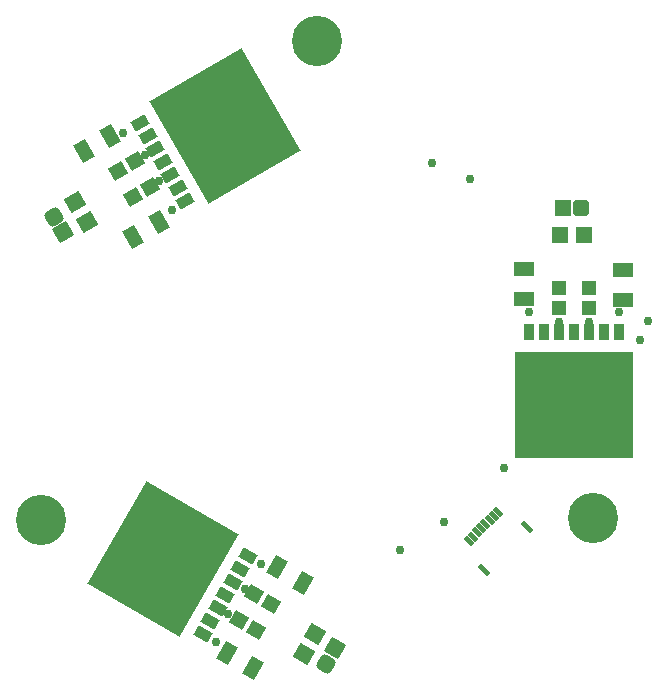
<source format=gts>
G04*
G04 #@! TF.GenerationSoftware,Altium Limited,Altium Designer,22.4.2 (48)*
G04*
G04 Layer_Color=8388736*
%FSLAX25Y25*%
%MOIN*%
G70*
G04*
G04 #@! TF.SameCoordinates,33176103-96A9-485D-B847-577AE089F5E8*
G04*
G04*
G04 #@! TF.FilePolarity,Negative*
G04*
G01*
G75*
G04:AMPARAMS|DCode=13|XSize=36.61mil|YSize=53.94mil|CornerRadius=0mil|HoleSize=0mil|Usage=FLASHONLY|Rotation=300.000|XOffset=0mil|YOffset=0mil|HoleType=Round|Shape=Rectangle|*
%AMROTATEDRECTD13*
4,1,4,-0.03251,0.00237,0.01420,0.02934,0.03251,-0.00237,-0.01420,-0.02934,-0.03251,0.00237,0.0*
%
%ADD13ROTATEDRECTD13*%

G04:AMPARAMS|DCode=14|XSize=393.7mil|YSize=354.33mil|CornerRadius=0mil|HoleSize=0mil|Usage=FLASHONLY|Rotation=300.000|XOffset=0mil|YOffset=0mil|HoleType=Round|Shape=Rectangle|*
%AMROTATEDRECTD14*
4,1,4,-0.25186,0.08189,0.05501,0.25906,0.25186,-0.08189,-0.05501,-0.25906,-0.25186,0.08189,0.0*
%
%ADD14ROTATEDRECTD14*%

G04:AMPARAMS|DCode=15|XSize=36.61mil|YSize=53.94mil|CornerRadius=0mil|HoleSize=0mil|Usage=FLASHONLY|Rotation=60.000|XOffset=0mil|YOffset=0mil|HoleType=Round|Shape=Rectangle|*
%AMROTATEDRECTD15*
4,1,4,0.01420,-0.02934,-0.03251,-0.00237,-0.01420,0.02934,0.03251,0.00237,0.01420,-0.02934,0.0*
%
%ADD15ROTATEDRECTD15*%

G04:AMPARAMS|DCode=16|XSize=393.7mil|YSize=354.33mil|CornerRadius=0mil|HoleSize=0mil|Usage=FLASHONLY|Rotation=60.000|XOffset=0mil|YOffset=0mil|HoleType=Round|Shape=Rectangle|*
%AMROTATEDRECTD16*
4,1,4,0.05501,-0.25906,-0.25186,-0.08189,-0.05501,0.25906,0.25186,0.08189,0.05501,-0.25906,0.0*
%
%ADD16ROTATEDRECTD16*%

G04:AMPARAMS|DCode=17|XSize=45.46mil|YSize=67.17mil|CornerRadius=0mil|HoleSize=0mil|Usage=FLASHONLY|Rotation=330.000|XOffset=0mil|YOffset=0mil|HoleType=Round|Shape=Rectangle|*
%AMROTATEDRECTD17*
4,1,4,-0.03648,-0.01772,-0.00289,0.04045,0.03648,0.01772,0.00289,-0.04045,-0.03648,-0.01772,0.0*
%
%ADD17ROTATEDRECTD17*%

G04:AMPARAMS|DCode=22|XSize=45.46mil|YSize=67.17mil|CornerRadius=0mil|HoleSize=0mil|Usage=FLASHONLY|Rotation=210.000|XOffset=0mil|YOffset=0mil|HoleType=Round|Shape=Rectangle|*
%AMROTATEDRECTD22*
4,1,4,0.00289,0.04045,0.03648,-0.01772,-0.00289,-0.04045,-0.03648,0.01772,0.00289,0.04045,0.0*
%
%ADD22ROTATEDRECTD22*%

%ADD26R,0.06717X0.04546*%
%ADD27R,0.39370X0.35433*%
%ADD28R,0.03661X0.05394*%
G04:AMPARAMS|DCode=30|XSize=47.24mil|YSize=51.18mil|CornerRadius=0mil|HoleSize=0mil|Usage=FLASHONLY|Rotation=240.000|XOffset=0mil|YOffset=0mil|HoleType=Round|Shape=Rectangle|*
%AMROTATEDRECTD30*
4,1,4,-0.01035,0.03325,0.03397,0.00766,0.01035,-0.03325,-0.03397,-0.00766,-0.01035,0.03325,0.0*
%
%ADD30ROTATEDRECTD30*%

G04:AMPARAMS|DCode=31|XSize=57.09mil|YSize=53.15mil|CornerRadius=0mil|HoleSize=0mil|Usage=FLASHONLY|Rotation=330.000|XOffset=0mil|YOffset=0mil|HoleType=Round|Shape=Rectangle|*
%AMROTATEDRECTD31*
4,1,4,-0.03801,-0.00874,-0.01143,0.03729,0.03801,0.00874,0.01143,-0.03729,-0.03801,-0.00874,0.0*
%
%ADD31ROTATEDRECTD31*%

G04:AMPARAMS|DCode=32|XSize=57.09mil|YSize=53.15mil|CornerRadius=0mil|HoleSize=0mil|Usage=FLASHONLY|Rotation=210.000|XOffset=0mil|YOffset=0mil|HoleType=Round|Shape=Rectangle|*
%AMROTATEDRECTD32*
4,1,4,0.01143,0.03729,0.03801,-0.00874,-0.01143,-0.03729,-0.03801,0.00874,0.01143,0.03729,0.0*
%
%ADD32ROTATEDRECTD32*%

G04:AMPARAMS|DCode=33|XSize=47.24mil|YSize=51.18mil|CornerRadius=0mil|HoleSize=0mil|Usage=FLASHONLY|Rotation=120.000|XOffset=0mil|YOffset=0mil|HoleType=Round|Shape=Rectangle|*
%AMROTATEDRECTD33*
4,1,4,0.03397,-0.00766,-0.01035,-0.03325,-0.03397,0.00766,0.01035,0.03325,0.03397,-0.00766,0.0*
%
%ADD33ROTATEDRECTD33*%

G04:AMPARAMS|DCode=34|XSize=17.72mil|YSize=33.47mil|CornerRadius=0mil|HoleSize=0mil|Usage=FLASHONLY|Rotation=45.000|XOffset=0mil|YOffset=0mil|HoleType=Round|Shape=Rectangle|*
%AMROTATEDRECTD34*
4,1,4,0.00557,-0.01810,-0.01810,0.00557,-0.00557,0.01810,0.01810,-0.00557,0.00557,-0.01810,0.0*
%
%ADD34ROTATEDRECTD34*%

G04:AMPARAMS|DCode=35|XSize=17.72mil|YSize=45.28mil|CornerRadius=0mil|HoleSize=0mil|Usage=FLASHONLY|Rotation=45.000|XOffset=0mil|YOffset=0mil|HoleType=Round|Shape=Rectangle|*
%AMROTATEDRECTD35*
4,1,4,0.00974,-0.02227,-0.02227,0.00974,-0.00974,0.02227,0.02227,-0.00974,0.00974,-0.02227,0.0*
%
%ADD35ROTATEDRECTD35*%

%ADD36R,0.04724X0.05118*%
%ADD37R,0.05315X0.05709*%
G04:AMPARAMS|DCode=38|XSize=55.12mil|YSize=55.12mil|CornerRadius=15.26mil|HoleSize=0mil|Usage=FLASHONLY|Rotation=240.000|XOffset=0mil|YOffset=0mil|HoleType=Round|Shape=RoundedRectangle|*
%AMROUNDEDRECTD38*
21,1,0.05512,0.02461,0,0,240.0*
21,1,0.02461,0.05512,0,0,240.0*
1,1,0.03051,-0.01681,-0.00450*
1,1,0.03051,-0.00450,0.01681*
1,1,0.03051,0.01681,0.00450*
1,1,0.03051,0.00450,-0.01681*
%
%ADD38ROUNDEDRECTD38*%
%ADD39P,0.07795X4X285.0*%
G04:AMPARAMS|DCode=40|XSize=55.12mil|YSize=55.12mil|CornerRadius=15.26mil|HoleSize=0mil|Usage=FLASHONLY|Rotation=120.000|XOffset=0mil|YOffset=0mil|HoleType=Round|Shape=RoundedRectangle|*
%AMROUNDEDRECTD40*
21,1,0.05512,0.02461,0,0,120.0*
21,1,0.02461,0.05512,0,0,120.0*
1,1,0.03051,0.00450,0.01681*
1,1,0.03051,0.01681,-0.00450*
1,1,0.03051,-0.00450,-0.01681*
1,1,0.03051,-0.01681,0.00450*
%
%ADD40ROUNDEDRECTD40*%
%ADD41P,0.07795X4X165.0*%
%ADD42R,0.05512X0.05512*%
G04:AMPARAMS|DCode=43|XSize=55.12mil|YSize=55.12mil|CornerRadius=15.26mil|HoleSize=0mil|Usage=FLASHONLY|Rotation=0.000|XOffset=0mil|YOffset=0mil|HoleType=Round|Shape=RoundedRectangle|*
%AMROUNDEDRECTD43*
21,1,0.05512,0.02461,0,0,0.0*
21,1,0.02461,0.05512,0,0,0.0*
1,1,0.03051,0.01230,-0.01230*
1,1,0.03051,-0.01230,-0.01230*
1,1,0.03051,-0.01230,0.01230*
1,1,0.03051,0.01230,0.01230*
%
%ADD43ROUNDEDRECTD43*%
%ADD44C,0.16732*%
%ADD45C,0.02953*%
%ADD46C,0.02362*%
D13*
X152826Y249772D02*
D03*
X150326Y254102D02*
D03*
X147826Y258432D02*
D03*
X145326Y262762D02*
D03*
X142826Y267092D02*
D03*
X140326Y271422D02*
D03*
X137826Y275753D02*
D03*
D14*
X166210Y274819D02*
D03*
D15*
X173735Y131613D02*
D03*
X171235Y127283D02*
D03*
X168735Y122953D02*
D03*
X166235Y118623D02*
D03*
X163735Y114293D02*
D03*
X161235Y109963D02*
D03*
X158735Y105632D02*
D03*
D16*
X145351Y130680D02*
D03*
D17*
X183532Y127723D02*
D03*
X192231Y122700D02*
D03*
X166747Y99150D02*
D03*
X175447Y94127D02*
D03*
D22*
X144227Y242892D02*
D03*
X135527Y237869D02*
D03*
X127727Y271471D02*
D03*
X119027Y266448D02*
D03*
D26*
X298819Y227023D02*
D03*
Y216977D02*
D03*
X265828Y227176D02*
D03*
Y217131D02*
D03*
D27*
X282328Y182039D02*
D03*
D28*
X297328Y206154D02*
D03*
X292328D02*
D03*
X287328D02*
D03*
X282328D02*
D03*
X277328D02*
D03*
X272328D02*
D03*
X267328D02*
D03*
D30*
X175796Y118876D02*
D03*
X181592Y115530D02*
D03*
X170796Y110216D02*
D03*
X176592Y106869D02*
D03*
D31*
X196283Y105670D02*
D03*
X192346Y98850D02*
D03*
D32*
X116052Y249646D02*
D03*
X119989Y242827D02*
D03*
D33*
X136198Y263266D02*
D03*
X130402Y259919D02*
D03*
X141198Y254605D02*
D03*
X135402Y251259D02*
D03*
D34*
X257089Y146356D02*
D03*
X254305Y143572D02*
D03*
X252913Y142180D02*
D03*
X247345Y136612D02*
D03*
X248737Y138004D02*
D03*
X250129Y139396D02*
D03*
X251521Y140788D02*
D03*
X255697Y144964D02*
D03*
D35*
X252523Y127036D02*
D03*
X266665Y141178D02*
D03*
D36*
X287328Y221000D02*
D03*
Y214307D02*
D03*
X277328Y221000D02*
D03*
Y214307D02*
D03*
D37*
X285765Y238653D02*
D03*
X277891Y238654D02*
D03*
D38*
X199766Y95703D02*
D03*
D39*
X202719Y100817D02*
D03*
D40*
X109183Y244544D02*
D03*
D41*
X112136Y239430D02*
D03*
D42*
X278875Y247654D02*
D03*
D43*
X284780Y247653D02*
D03*
D44*
X104791Y143701D02*
D03*
X196850Y303150D02*
D03*
X288909Y144094D02*
D03*
D45*
X224500Y133500D02*
D03*
X172696Y120484D02*
D03*
X259000Y161000D02*
D03*
X132000Y272500D02*
D03*
X148500Y247000D02*
D03*
X163000Y103000D02*
D03*
X178000Y129000D02*
D03*
X267500Y213000D02*
D03*
X277328Y209569D02*
D03*
X287328D02*
D03*
X297328Y212828D02*
D03*
X239000Y143000D02*
D03*
X139512Y265179D02*
D03*
X235000Y262500D02*
D03*
X167265Y112254D02*
D03*
X304500Y203500D02*
D03*
X307000Y210000D02*
D03*
X247800Y257300D02*
D03*
X144000Y256500D02*
D03*
D46*
X162203Y253413D02*
D03*
X159841Y257504D02*
D03*
X157478Y261595D02*
D03*
X155116Y265687D02*
D03*
X152754Y269778D02*
D03*
X150392Y273870D02*
D03*
X148030Y277961D02*
D03*
X145667Y282053D02*
D03*
X166294Y255775D02*
D03*
X163932Y259866D02*
D03*
X161570Y263958D02*
D03*
X159208Y268049D02*
D03*
X156846Y272141D02*
D03*
X154483Y276232D02*
D03*
X152121Y280324D02*
D03*
X149759Y284415D02*
D03*
X170386Y258137D02*
D03*
X168024Y262228D02*
D03*
X165661Y266320D02*
D03*
X163299Y270411D02*
D03*
X160937Y274503D02*
D03*
X158575Y278594D02*
D03*
X156213Y282686D02*
D03*
X153850Y286777D02*
D03*
X174477Y260499D02*
D03*
X172115Y264591D02*
D03*
X169753Y268682D02*
D03*
X167391Y272774D02*
D03*
X165028Y276865D02*
D03*
X162666Y280956D02*
D03*
X160304Y285048D02*
D03*
X157942Y289139D02*
D03*
X178569Y262861D02*
D03*
X176207Y266953D02*
D03*
X173844Y271044D02*
D03*
X171482Y275136D02*
D03*
X169120Y279227D02*
D03*
X166758Y283319D02*
D03*
X164396Y287410D02*
D03*
X162033Y291502D02*
D03*
X182660Y265224D02*
D03*
X180298Y269315D02*
D03*
X177936Y273407D02*
D03*
X175574Y277498D02*
D03*
X173211Y281589D02*
D03*
X170849Y285681D02*
D03*
X168487Y289772D02*
D03*
X166125Y293864D02*
D03*
X186752Y267586D02*
D03*
X184389Y271677D02*
D03*
X182027Y275769D02*
D03*
X179665Y279860D02*
D03*
X177303Y283952D02*
D03*
X174941Y288043D02*
D03*
X172578Y292135D02*
D03*
X170216Y296226D02*
D03*
X165893Y137913D02*
D03*
X163531Y133822D02*
D03*
X161169Y129730D02*
D03*
X158807Y125639D02*
D03*
X156445Y121548D02*
D03*
X154082Y117456D02*
D03*
X151720Y113365D02*
D03*
X149358Y109273D02*
D03*
X161802Y140276D02*
D03*
X159440Y136184D02*
D03*
X157078Y132093D02*
D03*
X154715Y128001D02*
D03*
X152353Y123910D02*
D03*
X149991Y119818D02*
D03*
X147629Y115727D02*
D03*
X145267Y111635D02*
D03*
X157710Y142638D02*
D03*
X155348Y138546D02*
D03*
X152986Y134455D02*
D03*
X150624Y130363D02*
D03*
X148262Y126272D02*
D03*
X145899Y122181D02*
D03*
X143537Y118089D02*
D03*
X141175Y113998D02*
D03*
X153619Y145000D02*
D03*
X151257Y140909D02*
D03*
X148895Y136817D02*
D03*
X146532Y132726D02*
D03*
X144170Y128634D02*
D03*
X141808Y124543D02*
D03*
X139446Y120451D02*
D03*
X137084Y116360D02*
D03*
X149528Y147362D02*
D03*
X147165Y143271D02*
D03*
X144803Y139179D02*
D03*
X142441Y135088D02*
D03*
X140079Y130996D02*
D03*
X137717Y126905D02*
D03*
X135354Y122813D02*
D03*
X132992Y118722D02*
D03*
X145436Y149724D02*
D03*
X143074Y145633D02*
D03*
X140712Y141542D02*
D03*
X138350Y137450D02*
D03*
X135987Y133359D02*
D03*
X133625Y129267D02*
D03*
X131263Y125176D02*
D03*
X128901Y121084D02*
D03*
X141345Y152087D02*
D03*
X138982Y147995D02*
D03*
X136620Y143904D02*
D03*
X134258Y139812D02*
D03*
X131896Y135721D02*
D03*
X129534Y131629D02*
D03*
X127171Y127538D02*
D03*
X124809Y123446D02*
D03*
X298863Y167866D02*
D03*
X294139D02*
D03*
X289414D02*
D03*
X284690D02*
D03*
X279965D02*
D03*
X275241D02*
D03*
X270517D02*
D03*
X265792D02*
D03*
X298863Y172591D02*
D03*
X294139D02*
D03*
X289414D02*
D03*
X284690D02*
D03*
X279965D02*
D03*
X275241D02*
D03*
X270517D02*
D03*
X265792D02*
D03*
X298863Y177315D02*
D03*
X294139D02*
D03*
X289414D02*
D03*
X284690D02*
D03*
X279965D02*
D03*
X275241D02*
D03*
X270517D02*
D03*
X265792D02*
D03*
X298863Y182039D02*
D03*
X294139D02*
D03*
X289414D02*
D03*
X284690D02*
D03*
X279965D02*
D03*
X275241D02*
D03*
X270517D02*
D03*
X265792D02*
D03*
X298863Y186764D02*
D03*
X294139D02*
D03*
X289414D02*
D03*
X284690D02*
D03*
X279965D02*
D03*
X275241D02*
D03*
X270517D02*
D03*
X265792D02*
D03*
X298863Y191488D02*
D03*
X294139D02*
D03*
X289414D02*
D03*
X284690D02*
D03*
X279965D02*
D03*
X275241D02*
D03*
X270517D02*
D03*
X265792D02*
D03*
X298863Y196213D02*
D03*
X294139D02*
D03*
X289414D02*
D03*
X284690D02*
D03*
X279965D02*
D03*
X275241D02*
D03*
X270517D02*
D03*
X265792D02*
D03*
M02*

</source>
